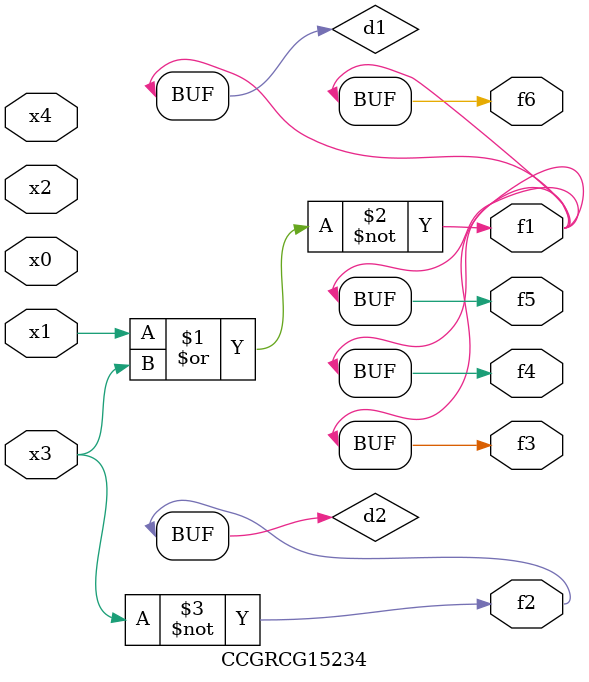
<source format=v>
module CCGRCG15234(
	input x0, x1, x2, x3, x4,
	output f1, f2, f3, f4, f5, f6
);

	wire d1, d2;

	nor (d1, x1, x3);
	not (d2, x3);
	assign f1 = d1;
	assign f2 = d2;
	assign f3 = d1;
	assign f4 = d1;
	assign f5 = d1;
	assign f6 = d1;
endmodule

</source>
